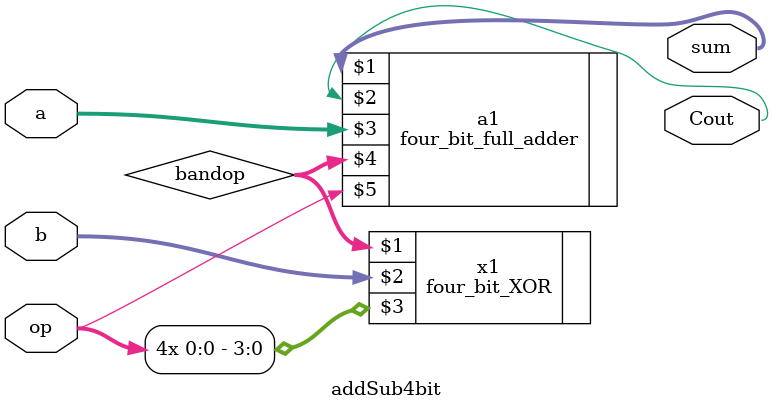
<source format=v>
module addSub4bit(sum, Cout, op, a, b);
  input op; //op=0 adder ; op=1 substractor
  input [3:0] a;
  input [3:0] b;
  output [3:0] sum;
  output Cout;
  wire [3:0] bandop; 
  // if do substractor, then invert b(bandop) 
  // by using b xor 1
  four_bit_XOR x1(bandop, b, {op,op,op,op});
  // if do adder, bandop=b, op=0
  // if do substractor, bandop=-b, op=1
  four_bit_full_adder a1(sum, Cout, a, bandop, op);

endmodule
</source>
